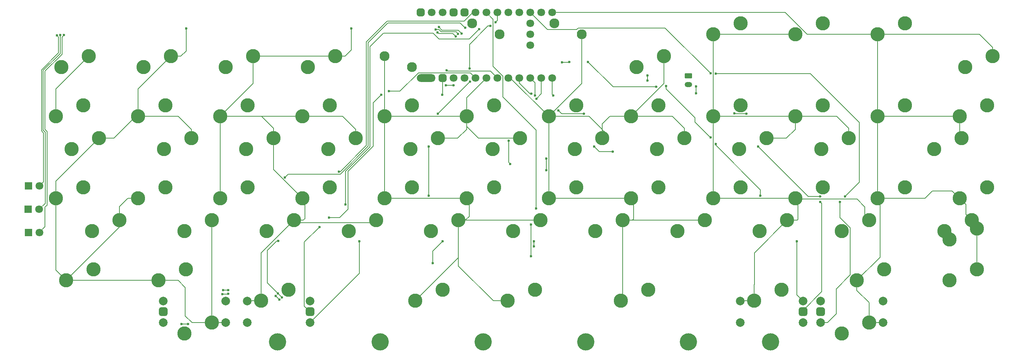
<source format=gtl>
G04 #@! TF.GenerationSoftware,KiCad,Pcbnew,7.0.11-7.0.11~ubuntu22.04.1*
G04 #@! TF.CreationDate,2024-06-29T22:10:39+02:00*
G04 #@! TF.ProjectId,vorona-pcb,766f726f-6e61-42d7-9063-622e6b696361,rev?*
G04 #@! TF.SameCoordinates,Original*
G04 #@! TF.FileFunction,Copper,L1,Top*
G04 #@! TF.FilePolarity,Positive*
%FSLAX46Y46*%
G04 Gerber Fmt 4.6, Leading zero omitted, Abs format (unit mm)*
G04 Created by KiCad (PCBNEW 7.0.11-7.0.11~ubuntu22.04.1) date 2024-06-29 22:10:39*
%MOMM*%
%LPD*%
G01*
G04 APERTURE LIST*
G04 Aperture macros list*
%AMRoundRect*
0 Rectangle with rounded corners*
0 $1 Rounding radius*
0 $2 $3 $4 $5 $6 $7 $8 $9 X,Y pos of 4 corners*
0 Add a 4 corners polygon primitive as box body*
4,1,4,$2,$3,$4,$5,$6,$7,$8,$9,$2,$3,0*
0 Add four circle primitives for the rounded corners*
1,1,$1+$1,$2,$3*
1,1,$1+$1,$4,$5*
1,1,$1+$1,$6,$7*
1,1,$1+$1,$8,$9*
0 Add four rect primitives between the rounded corners*
20,1,$1+$1,$2,$3,$4,$5,0*
20,1,$1+$1,$4,$5,$6,$7,0*
20,1,$1+$1,$6,$7,$8,$9,0*
20,1,$1+$1,$8,$9,$2,$3,0*%
G04 Aperture macros list end*
G04 #@! TA.AperFunction,ComponentPad*
%ADD10C,3.300000*%
G04 #@! TD*
G04 #@! TA.AperFunction,ComponentPad*
%ADD11R,1.800000X1.800000*%
G04 #@! TD*
G04 #@! TA.AperFunction,ComponentPad*
%ADD12C,1.800000*%
G04 #@! TD*
G04 #@! TA.AperFunction,ComponentPad*
%ADD13RoundRect,0.450000X-0.450000X0.450000X-0.450000X-0.450000X0.450000X-0.450000X0.450000X0.450000X0*%
G04 #@! TD*
G04 #@! TA.AperFunction,ComponentPad*
%ADD14O,4.340000X1.800000*%
G04 #@! TD*
G04 #@! TA.AperFunction,ComponentPad*
%ADD15C,2.000000*%
G04 #@! TD*
G04 #@! TA.AperFunction,ComponentPad*
%ADD16RoundRect,0.500000X-0.500000X-0.500000X0.500000X-0.500000X0.500000X0.500000X-0.500000X0.500000X0*%
G04 #@! TD*
G04 #@! TA.AperFunction,ComponentPad*
%ADD17RoundRect,0.500000X0.500000X0.500000X-0.500000X0.500000X-0.500000X-0.500000X0.500000X-0.500000X0*%
G04 #@! TD*
G04 #@! TA.AperFunction,ComponentPad*
%ADD18C,2.300000*%
G04 #@! TD*
G04 #@! TA.AperFunction,ComponentPad*
%ADD19C,4.000000*%
G04 #@! TD*
G04 #@! TA.AperFunction,ComponentPad*
%ADD20O,1.750000X1.200000*%
G04 #@! TD*
G04 #@! TA.AperFunction,ComponentPad*
%ADD21RoundRect,0.250000X-0.625000X0.350000X-0.625000X-0.350000X0.625000X-0.350000X0.625000X0.350000X0*%
G04 #@! TD*
G04 #@! TA.AperFunction,ViaPad*
%ADD22C,0.600000*%
G04 #@! TD*
G04 #@! TA.AperFunction,Conductor*
%ADD23C,0.200000*%
G04 #@! TD*
G04 APERTURE END LIST*
D10*
X237883750Y-79610000D03*
X244233750Y-77070000D03*
X237883750Y-89135000D03*
X244233750Y-86595000D03*
D11*
X24355000Y-78020000D03*
D12*
X26895000Y-78020000D03*
D11*
X24345000Y-72630000D03*
D12*
X26885000Y-72630000D03*
D11*
X24365000Y-67230000D03*
D12*
X26905000Y-67230000D03*
D10*
X219310000Y-98977500D03*
X212960000Y-101517500D03*
X135490000Y-93897500D03*
X141840000Y-91357500D03*
X66910000Y-98977500D03*
X60560000Y-101517500D03*
X192640000Y-93897500D03*
X198990000Y-91357500D03*
X161683750Y-93897500D03*
X168033750Y-91357500D03*
X114058750Y-93897500D03*
X120408750Y-91357500D03*
X78340000Y-93897500D03*
X84690000Y-91357500D03*
X216452500Y-89135000D03*
X222802500Y-86595000D03*
X54527500Y-89135000D03*
X60877500Y-86595000D03*
X33096250Y-89135000D03*
X39446250Y-86595000D03*
X243122500Y-75165000D03*
X236772500Y-77705000D03*
X219310000Y-75165000D03*
X212960000Y-77705000D03*
X200260000Y-75165000D03*
X193910000Y-77705000D03*
X181210000Y-75165000D03*
X174860000Y-77705000D03*
X162160000Y-75165000D03*
X155810000Y-77705000D03*
X143110000Y-75165000D03*
X136760000Y-77705000D03*
X124060000Y-75165000D03*
X117710000Y-77705000D03*
X105010000Y-75165000D03*
X98660000Y-77705000D03*
X85960000Y-75165000D03*
X79610000Y-77705000D03*
X66910000Y-75165000D03*
X60560000Y-77705000D03*
X45478750Y-75165000D03*
X39128750Y-77705000D03*
X240265000Y-70085000D03*
X246615000Y-67545000D03*
X221215000Y-70085000D03*
X227565000Y-67545000D03*
X202165000Y-70085000D03*
X208515000Y-67545000D03*
X183115000Y-70085000D03*
X189465000Y-67545000D03*
X164065000Y-70085000D03*
X170415000Y-67545000D03*
X145015000Y-70085000D03*
X151365000Y-67545000D03*
X125965000Y-70085000D03*
X132315000Y-67545000D03*
X106915000Y-70085000D03*
X113265000Y-67545000D03*
X87865000Y-70085000D03*
X94215000Y-67545000D03*
X68815000Y-70085000D03*
X75165000Y-67545000D03*
X49765000Y-70085000D03*
X56115000Y-67545000D03*
X30715000Y-70085000D03*
X37065000Y-67545000D03*
X240741250Y-56115000D03*
X234391250Y-58655000D03*
X214547500Y-56115000D03*
X208197500Y-58655000D03*
X195497500Y-56115000D03*
X189147500Y-58655000D03*
X176447500Y-56115000D03*
X170097500Y-58655000D03*
X157397500Y-56115000D03*
X151047500Y-58655000D03*
X138347500Y-56115000D03*
X131997500Y-58655000D03*
X119297500Y-56115000D03*
X112947500Y-58655000D03*
X100247500Y-56115000D03*
X93897500Y-58655000D03*
X81197500Y-56115000D03*
X74847500Y-58655000D03*
X62147500Y-56115000D03*
X55797500Y-58655000D03*
X40716250Y-56115000D03*
X34366250Y-58655000D03*
X240265000Y-51035000D03*
X246615000Y-48495000D03*
X221215000Y-51035000D03*
X227565000Y-48495000D03*
X202165000Y-51035000D03*
X208515000Y-48495000D03*
X183115000Y-51035000D03*
X189465000Y-48495000D03*
X164065000Y-51035000D03*
X170415000Y-48495000D03*
X145015000Y-51035000D03*
X151365000Y-48495000D03*
X125965000Y-51035000D03*
X132315000Y-48495000D03*
X106915000Y-51035000D03*
X113265000Y-48495000D03*
X87865000Y-51035000D03*
X94215000Y-48495000D03*
X68815000Y-51035000D03*
X75165000Y-48495000D03*
X49765000Y-51035000D03*
X56115000Y-48495000D03*
X30715000Y-51035000D03*
X37065000Y-48495000D03*
X247885000Y-37065000D03*
X241535000Y-39605000D03*
X221215000Y-31985000D03*
X227565000Y-29445000D03*
X202165000Y-31985000D03*
X208515000Y-29445000D03*
X183115000Y-31985000D03*
X189465000Y-29445000D03*
X171685000Y-37065000D03*
X165335000Y-39605000D03*
X95485000Y-37065000D03*
X89135000Y-39605000D03*
X76435000Y-37065000D03*
X70085000Y-39605000D03*
X57385000Y-37065000D03*
X51035000Y-39605000D03*
X38335000Y-37065000D03*
X31985000Y-39605000D03*
D12*
X117850000Y-26890000D03*
X120390000Y-26890000D03*
D13*
X122930000Y-26890000D03*
X125470000Y-26890000D03*
D12*
X128010000Y-26890000D03*
X130550000Y-26890000D03*
X133090000Y-26890000D03*
X135630000Y-26890000D03*
X138170000Y-26890000D03*
X140710000Y-26890000D03*
X143250000Y-26890000D03*
X145790000Y-26890000D03*
D14*
X116580000Y-42130000D03*
D13*
X120390000Y-42130000D03*
D12*
X122930000Y-42130000D03*
X125470000Y-42130000D03*
X128010000Y-42130000D03*
X130550000Y-42130000D03*
X133090000Y-42130000D03*
X135630000Y-42130000D03*
X138170000Y-42130000D03*
X140710000Y-42130000D03*
X143250000Y-42130000D03*
X145790000Y-42130000D03*
X140710000Y-29430000D03*
X140710000Y-31970000D03*
X140710000Y-34510000D03*
D13*
X115310000Y-26890000D03*
D12*
X115310000Y-42130000D03*
D15*
X208000000Y-98940000D03*
X208000000Y-93940000D03*
D16*
X208000000Y-96440000D03*
D15*
X222500000Y-93940000D03*
X222500000Y-98940000D03*
X203950000Y-98930000D03*
X203950000Y-93930000D03*
D17*
X203950000Y-96430000D03*
D15*
X189450000Y-98930000D03*
X189450000Y-93930000D03*
X89650000Y-93940000D03*
X89650000Y-98940000D03*
D17*
X89650000Y-96440000D03*
D15*
X75150000Y-98940000D03*
X75150000Y-93940000D03*
X55600000Y-93940000D03*
X55600000Y-98940000D03*
D16*
X55600000Y-96440000D03*
D15*
X70100000Y-93940000D03*
X70100000Y-98940000D03*
D18*
X152635000Y-31985000D03*
X146285000Y-29445000D03*
X133585000Y-31985000D03*
X127235000Y-29445000D03*
X106915000Y-37065000D03*
X113265000Y-39605000D03*
D19*
X196450000Y-103422500D03*
X82150000Y-103422500D03*
X177400000Y-103422500D03*
X153587500Y-103422500D03*
X129775000Y-103422500D03*
X105962500Y-103422500D03*
D20*
X177380000Y-43640000D03*
D21*
X177380000Y-41640000D03*
D22*
X213710000Y-69681100D03*
X212530000Y-70881100D03*
X183715000Y-41080000D03*
X182515000Y-41060000D03*
X149759265Y-38410735D03*
X148130735Y-38479265D03*
X182515000Y-55970000D03*
X183715000Y-57440000D03*
X202530000Y-80037500D03*
X172240000Y-43970000D03*
X169965735Y-44200000D03*
X194110000Y-69485000D03*
X154135735Y-38405735D03*
X97910000Y-71500000D03*
X128870000Y-30781100D03*
X101110000Y-80037500D03*
X83854265Y-65225735D03*
X82320000Y-79980000D03*
X125660000Y-30480000D03*
X120430000Y-80037500D03*
X119330000Y-50435000D03*
X117160000Y-58055000D03*
X131479744Y-30059744D03*
X117160000Y-69485000D03*
X126680000Y-39930000D03*
X126740000Y-43000000D03*
X132718900Y-29135015D03*
X118140000Y-85130000D03*
X142070000Y-72450000D03*
X140920000Y-76180000D03*
X140910000Y-83522500D03*
X96390000Y-63875735D03*
X147243530Y-49655000D03*
X159830000Y-59255000D03*
X153150000Y-50435000D03*
X155510000Y-58055000D03*
X146020000Y-46200000D03*
X144415000Y-60870000D03*
X141580000Y-81237500D03*
X142130000Y-46930732D03*
X141590000Y-80037500D03*
X144415000Y-63570000D03*
X136090000Y-62070000D03*
X135710000Y-56715000D03*
X141800000Y-46200000D03*
X141000000Y-45800000D03*
X60950000Y-30580000D03*
X99270000Y-30580000D03*
X121330735Y-40330000D03*
X108000000Y-45200000D03*
X30995255Y-32201387D03*
X119550000Y-30290000D03*
X124793749Y-31789024D03*
X118800000Y-30890000D03*
X123998637Y-31877350D03*
X31794874Y-32176596D03*
X123440000Y-32450000D03*
X119243761Y-31555642D03*
X32640000Y-32180000D03*
X106160000Y-46020000D03*
X94060000Y-74565000D03*
X91867500Y-76737500D03*
X120310000Y-46020000D03*
X207915000Y-69681100D03*
X179140000Y-45680000D03*
X188070000Y-50370000D03*
X207915000Y-70881100D03*
X193530000Y-58055000D03*
X179140000Y-44050000D03*
X190860000Y-50400000D03*
X167930000Y-41500000D03*
X167930000Y-42700000D03*
X121205735Y-43794265D03*
X122960000Y-43800000D03*
X70700000Y-92240003D03*
X81686411Y-92737785D03*
X69394265Y-92364265D03*
X82530707Y-93589954D03*
X69490000Y-91420000D03*
X82252098Y-92172098D03*
X83130000Y-93060000D03*
X70700000Y-91440000D03*
X61370000Y-99310000D03*
X59850000Y-99270000D03*
D23*
X69394265Y-92364265D02*
X70575738Y-92364265D01*
X70575738Y-92364265D02*
X70700000Y-92240003D01*
X141000000Y-45800000D02*
X140670000Y-45800000D01*
X140670000Y-45800000D02*
X138170000Y-43300000D01*
X138170000Y-43300000D02*
X138170000Y-42130000D01*
X141800000Y-46200000D02*
X141830000Y-46170000D01*
X141830000Y-46170000D02*
X141830000Y-43250000D01*
X141830000Y-43250000D02*
X140710000Y-42130000D01*
X119243761Y-31555642D02*
X119498119Y-31810000D01*
X119498119Y-31810000D02*
X122800000Y-31810000D01*
X122800000Y-31810000D02*
X123440000Y-32450000D01*
X118800000Y-30890000D02*
X119584315Y-30890000D01*
X119584315Y-30890000D02*
X120104315Y-31410000D01*
X120104315Y-31410000D02*
X123531287Y-31410000D01*
X123531287Y-31410000D02*
X123998637Y-31877350D01*
X120270000Y-31010000D02*
X124029254Y-31010000D01*
X124793749Y-31774495D02*
X124793749Y-31789024D01*
X124029254Y-31010000D02*
X124793749Y-31774495D01*
X119550000Y-30290000D02*
X120270000Y-31010000D01*
X143250000Y-45810732D02*
X143250000Y-42130000D01*
X142130000Y-46930732D02*
X143250000Y-45810732D01*
X103150000Y-57996749D02*
X96671014Y-64475735D01*
X103150000Y-33885686D02*
X103150000Y-57996749D01*
X107701587Y-29334099D02*
X103150000Y-33885686D01*
X124446154Y-29334099D02*
X107701587Y-29334099D01*
X96671014Y-64475735D02*
X84604265Y-64475735D01*
X125592055Y-30480000D02*
X124446154Y-29334099D01*
X125660000Y-30480000D02*
X125592055Y-30480000D01*
X84604265Y-64475735D02*
X83854265Y-65225735D01*
X81992498Y-79980000D02*
X79806100Y-82166398D01*
X82320000Y-79980000D02*
X81992498Y-79980000D01*
X79806100Y-82166398D02*
X79806100Y-89726100D01*
X79806100Y-89726100D02*
X82252098Y-92172098D01*
X178942500Y-52404912D02*
X182507588Y-55970000D01*
X178942500Y-51395510D02*
X178942500Y-52404912D01*
X182507588Y-55970000D02*
X182515000Y-55970000D01*
X172240000Y-43970000D02*
X172240000Y-44693010D01*
X172240000Y-44693010D02*
X178942500Y-51395510D01*
X140710000Y-26890000D02*
X144715000Y-30895000D01*
X217042500Y-52482500D02*
X217042500Y-66348600D01*
X211645000Y-91125000D02*
X211645000Y-96944912D01*
X212530000Y-74517283D02*
X214910000Y-76897283D01*
X151855000Y-30535000D02*
X171990000Y-30535000D01*
X205640000Y-41080000D02*
X217042500Y-52482500D01*
X217042500Y-66348600D02*
X213710000Y-69681100D01*
X183715000Y-41080000D02*
X205640000Y-41080000D01*
X144715000Y-30895000D02*
X151495000Y-30895000D01*
X171990000Y-30535000D02*
X182515000Y-41060000D01*
X151495000Y-30895000D02*
X151855000Y-30535000D01*
X214910000Y-76897283D02*
X214910000Y-87860000D01*
X211645000Y-96944912D02*
X209649912Y-98940000D01*
X212530000Y-70881100D02*
X212530000Y-74517283D01*
X214910000Y-87860000D02*
X211645000Y-91125000D01*
X209649912Y-98940000D02*
X208000000Y-98940000D01*
X194110000Y-68085000D02*
X194110000Y-69485000D01*
X183715000Y-57440000D02*
X183715000Y-57690000D01*
X183715000Y-57690000D02*
X194110000Y-68085000D01*
X148130735Y-38479265D02*
X149690735Y-38479265D01*
X202530000Y-80037500D02*
X202530000Y-92510000D01*
X154135735Y-38405735D02*
X159930000Y-44200000D01*
X159930000Y-44200000D02*
X169965735Y-44200000D01*
X202530000Y-92510000D02*
X203950000Y-93930000D01*
X149690735Y-38479265D02*
X149759265Y-38410735D01*
X106160000Y-46020000D02*
X104300000Y-47880000D01*
X104300000Y-47880000D02*
X104300000Y-57978121D01*
X104300000Y-57978121D02*
X98510000Y-63768121D01*
X98510000Y-63768121D02*
X98510000Y-72602412D01*
X98510000Y-72602412D02*
X96547412Y-74565000D01*
X96547412Y-74565000D02*
X94060000Y-74565000D01*
X128870000Y-30781100D02*
X126591100Y-33060000D01*
X126591100Y-33060000D02*
X119541471Y-33060000D01*
X119541471Y-33060000D02*
X118187157Y-31705686D01*
X118187157Y-31705686D02*
X106654314Y-31705686D01*
X106654314Y-31705686D02*
X103550000Y-34810000D01*
X103550000Y-34810000D02*
X103550000Y-58162435D01*
X103550000Y-58162435D02*
X97910000Y-63802435D01*
X97910000Y-63802435D02*
X97910000Y-71500000D01*
X96390000Y-63875735D02*
X96705328Y-63875735D01*
X107535901Y-28934099D02*
X125393749Y-28934099D01*
X96705328Y-63875735D02*
X102750000Y-57831063D01*
X102750000Y-57831063D02*
X102750000Y-33720000D01*
X102750000Y-33720000D02*
X107535901Y-28934099D01*
X125393749Y-28934099D02*
X127437848Y-26890000D01*
X127437848Y-26890000D02*
X128010000Y-26890000D01*
X101110000Y-80037500D02*
X101110000Y-87480000D01*
X101110000Y-87480000D02*
X89650000Y-98940000D01*
X133090000Y-26890000D02*
X133090000Y-28763915D01*
X126740000Y-43000000D02*
X119330000Y-50410000D01*
X133090000Y-28763915D02*
X132718900Y-29135015D01*
X117160000Y-58055000D02*
X117160000Y-69485000D01*
X126680000Y-34305225D02*
X126680000Y-39930000D01*
X119330000Y-50410000D02*
X119330000Y-50435000D01*
X130925481Y-30059744D02*
X126680000Y-34305225D01*
X131479744Y-30059744D02*
X130925481Y-30059744D01*
X120430000Y-80037500D02*
X118140000Y-82327500D01*
X118140000Y-82327500D02*
X118140000Y-85130000D01*
X134360000Y-46540000D02*
X142070000Y-54250000D01*
X142070000Y-54250000D02*
X142070000Y-72450000D01*
X140920000Y-76180000D02*
X140920000Y-83512500D01*
X134360000Y-41702943D02*
X134360000Y-46540000D01*
X132118900Y-39461843D02*
X134360000Y-41702943D01*
X132118900Y-28458900D02*
X132118900Y-39461843D01*
X130550000Y-26890000D02*
X132118900Y-28458900D01*
X140920000Y-83512500D02*
X140910000Y-83522500D01*
X105010000Y-75165000D02*
X104425000Y-75750000D01*
X104425000Y-75750000D02*
X86545000Y-75750000D01*
X86545000Y-75750000D02*
X85960000Y-75165000D01*
X91867500Y-76737500D02*
X88350000Y-80255000D01*
X88350000Y-80255000D02*
X88350000Y-95140000D01*
X88350000Y-95140000D02*
X89650000Y-96440000D01*
X153140000Y-50445000D02*
X148033530Y-50445000D01*
X156710000Y-59255000D02*
X155510000Y-58055000D01*
X145790000Y-45970000D02*
X145790000Y-42130000D01*
X153150000Y-50435000D02*
X153140000Y-50445000D01*
X148033530Y-50445000D02*
X147243530Y-49655000D01*
X159830000Y-59255000D02*
X156710000Y-59255000D01*
X146020000Y-46200000D02*
X145790000Y-45970000D01*
X141580000Y-81237500D02*
X141580000Y-80047500D01*
X141580000Y-80047500D02*
X141590000Y-80037500D01*
X144415000Y-63570000D02*
X144415000Y-60870000D01*
X136090000Y-62070000D02*
X135710000Y-61690000D01*
X135710000Y-61690000D02*
X135710000Y-56715000D01*
X221215000Y-31985000D02*
X204922717Y-31985000D01*
X204922717Y-31985000D02*
X199827717Y-26890000D01*
X199827717Y-26890000D02*
X145790000Y-26890000D01*
X145015000Y-51035000D02*
X136110000Y-42130000D01*
X136110000Y-42130000D02*
X135630000Y-42130000D01*
X121330735Y-40330000D02*
X121530735Y-40530000D01*
X121530735Y-40530000D02*
X131490000Y-40530000D01*
X131490000Y-40530000D02*
X133090000Y-42130000D01*
X108000000Y-45200000D02*
X110540000Y-45200000D01*
X110540000Y-45200000D02*
X114810000Y-40930000D01*
X124962943Y-40940000D02*
X124972943Y-40930000D01*
X114810000Y-40930000D02*
X123427057Y-40930000D01*
X123427057Y-40930000D02*
X123437057Y-40940000D01*
X123437057Y-40940000D02*
X124962943Y-40940000D01*
X126810000Y-40930000D02*
X128010000Y-42130000D01*
X124972943Y-40930000D02*
X126810000Y-40930000D01*
X60950000Y-30580000D02*
X60950000Y-35833452D01*
X60950000Y-35833452D02*
X59718452Y-37065000D01*
X59718452Y-37065000D02*
X57385000Y-37065000D01*
X99270000Y-35613452D02*
X97818452Y-37065000D01*
X99270000Y-30580000D02*
X99270000Y-35613452D01*
X97818452Y-37065000D02*
X95485000Y-37065000D01*
X125965000Y-51035000D02*
X125965000Y-46715000D01*
X125965000Y-46715000D02*
X130550000Y-42130000D01*
X30995255Y-32201387D02*
X30995255Y-32225506D01*
X30995255Y-32225506D02*
X31381100Y-32611351D01*
X31381100Y-32611351D02*
X31381100Y-36267529D01*
X31381100Y-36267529D02*
X27420000Y-40228629D01*
X27880000Y-66255000D02*
X26905000Y-67230000D01*
X27420000Y-40228629D02*
X27420000Y-54413784D01*
X27420000Y-54413784D02*
X27880000Y-54873784D01*
X27880000Y-54873784D02*
X27880000Y-66255000D01*
X26885000Y-72630000D02*
X28280000Y-71235000D01*
X31781100Y-36433214D02*
X31781100Y-32190370D01*
X28280000Y-71235000D02*
X28280000Y-54708098D01*
X27820000Y-54248098D02*
X27820000Y-40394315D01*
X28280000Y-54708098D02*
X27820000Y-54248098D01*
X27820000Y-40394315D02*
X31781100Y-36433214D01*
X31781100Y-32190370D02*
X31794874Y-32176596D01*
X32640000Y-32180000D02*
X32181100Y-32638900D01*
X32181100Y-32638900D02*
X32181100Y-36598900D01*
X32181100Y-36598900D02*
X28220000Y-40560000D01*
X28220000Y-40560000D02*
X28220000Y-54082412D01*
X28220000Y-76695000D02*
X26895000Y-78020000D01*
X28220000Y-54082412D02*
X28680000Y-54542412D01*
X28680000Y-54542412D02*
X28680000Y-71657588D01*
X28680000Y-71657588D02*
X28220000Y-72117588D01*
X28220000Y-72117588D02*
X28220000Y-76695000D01*
X120310000Y-46020000D02*
X120390000Y-45940000D01*
X120390000Y-45940000D02*
X120390000Y-42130000D01*
X66910000Y-75165000D02*
X66910000Y-98977500D01*
X207915000Y-70881100D02*
X208318900Y-71285000D01*
X208318900Y-71285000D02*
X208318900Y-91782622D01*
X208318900Y-91782622D02*
X203950000Y-96151522D01*
X203950000Y-96151522D02*
X203950000Y-96430000D01*
X179140000Y-44050000D02*
X179140000Y-45680000D01*
X190815000Y-50445000D02*
X190860000Y-50400000D01*
X193530000Y-58055000D02*
X205156100Y-69681100D01*
X205156100Y-69681100D02*
X207915000Y-69681100D01*
X188070000Y-50370000D02*
X188145000Y-50445000D01*
X188145000Y-50445000D02*
X190815000Y-50445000D01*
X167930000Y-42700000D02*
X167930000Y-41500000D01*
X29255000Y-51035000D02*
X30715000Y-51035000D01*
X121211470Y-43800000D02*
X121205735Y-43794265D01*
X122960000Y-43800000D02*
X121211470Y-43800000D01*
X244233750Y-77070000D02*
X244233750Y-86595000D01*
X219310000Y-98977500D02*
X222462500Y-98977500D01*
X222462500Y-98977500D02*
X222500000Y-98940000D01*
X216452500Y-89135000D02*
X216452500Y-91468452D01*
X216452500Y-91468452D02*
X219310000Y-94325952D01*
X219310000Y-94325952D02*
X219310000Y-98977500D01*
X221215000Y-70085000D02*
X221805000Y-70675000D01*
X221805000Y-70675000D02*
X221805000Y-83782500D01*
X221805000Y-83782500D02*
X216452500Y-89135000D01*
X236772500Y-77705000D02*
X236772500Y-78498750D01*
X236772500Y-78498750D02*
X237883750Y-79610000D01*
X243122500Y-75165000D02*
X243122500Y-75958750D01*
X243122500Y-75958750D02*
X244233750Y-77070000D01*
X240265000Y-70085000D02*
X241731100Y-71551100D01*
X241731100Y-71551100D02*
X241731100Y-73773600D01*
X241731100Y-73773600D02*
X243122500Y-75165000D01*
X221215000Y-70085000D02*
X232217264Y-70085000D01*
X232217264Y-70085000D02*
X233932514Y-68369750D01*
X233932514Y-68369750D02*
X238549750Y-68369750D01*
X238549750Y-68369750D02*
X240265000Y-70085000D01*
X221215000Y-51035000D02*
X221215000Y-70085000D01*
X240265000Y-51035000D02*
X240265000Y-55638750D01*
X240265000Y-55638750D02*
X240741250Y-56115000D01*
X221215000Y-51035000D02*
X240265000Y-51035000D01*
X221215000Y-31985000D02*
X221215000Y-51035000D01*
X221215000Y-31985000D02*
X244849775Y-31985000D01*
X244849775Y-31985000D02*
X247885000Y-35020225D01*
X247885000Y-35020225D02*
X247885000Y-37065000D01*
X192640000Y-93897500D02*
X189482500Y-93897500D01*
X189482500Y-93897500D02*
X189450000Y-93930000D01*
X192680000Y-82745000D02*
X192680000Y-90060000D01*
X192680000Y-90060000D02*
X192640000Y-90100000D01*
X200260000Y-75165000D02*
X192680000Y-82745000D01*
X192640000Y-90100000D02*
X192640000Y-93897500D01*
X202165000Y-70085000D02*
X202361100Y-70281100D01*
X218270000Y-72080225D02*
X218270000Y-74125000D01*
X202361100Y-70281100D02*
X216470875Y-70281100D01*
X216470875Y-70281100D02*
X218270000Y-72080225D01*
X218270000Y-74125000D02*
X219310000Y-75165000D01*
X202165000Y-70085000D02*
X202755000Y-70675000D01*
X202755000Y-70675000D02*
X202755000Y-75003452D01*
X202755000Y-75003452D02*
X202593452Y-75165000D01*
X202593452Y-75165000D02*
X200260000Y-75165000D01*
X183115000Y-70085000D02*
X202165000Y-70085000D01*
X183115000Y-51035000D02*
X183115000Y-70085000D01*
X202165000Y-51035000D02*
X202165000Y-54037412D01*
X202165000Y-54037412D02*
X200087412Y-56115000D01*
X200087412Y-56115000D02*
X195497500Y-56115000D01*
X202165000Y-51035000D02*
X211800952Y-51035000D01*
X211800952Y-51035000D02*
X214547500Y-53781548D01*
X214547500Y-53781548D02*
X214547500Y-56115000D01*
X183115000Y-51035000D02*
X202165000Y-51035000D01*
X183115000Y-31985000D02*
X202165000Y-31985000D01*
X183115000Y-31985000D02*
X183115000Y-51035000D01*
X162160000Y-75165000D02*
X162160000Y-93421250D01*
X162160000Y-93421250D02*
X161683750Y-93897500D01*
X162160000Y-75165000D02*
X181210000Y-75165000D01*
X164065000Y-70085000D02*
X164655000Y-70675000D01*
X164655000Y-70675000D02*
X164655000Y-74855000D01*
X164345000Y-75165000D02*
X162160000Y-75165000D01*
X164655000Y-74855000D02*
X164345000Y-75165000D01*
X145015000Y-70085000D02*
X164065000Y-70085000D01*
X145015000Y-51035000D02*
X145015000Y-70085000D01*
X171685000Y-37065000D02*
X171685000Y-43415000D01*
X171685000Y-43415000D02*
X164065000Y-51035000D01*
X164065000Y-51035000D02*
X173700952Y-51035000D01*
X173700952Y-51035000D02*
X176447500Y-53781548D01*
X176447500Y-53781548D02*
X176447500Y-56115000D01*
X145015000Y-51035000D02*
X154362275Y-51035000D01*
X157397500Y-54070225D02*
X157397500Y-56115000D01*
X154362275Y-51035000D02*
X157397500Y-54070225D01*
X157397500Y-56115000D02*
X157970000Y-55542500D01*
X157970000Y-55542500D02*
X157970000Y-54642725D01*
X157970000Y-54642725D02*
X157442500Y-54115225D01*
X157442500Y-54115225D02*
X157442500Y-52807500D01*
X159215000Y-51035000D02*
X164065000Y-51035000D01*
X157442500Y-52807500D02*
X159215000Y-51035000D01*
X152635000Y-31985000D02*
X152635000Y-43415000D01*
X152635000Y-43415000D02*
X145015000Y-51035000D01*
X124060000Y-75165000D02*
X124060000Y-85782275D01*
X124060000Y-85782275D02*
X132175225Y-93897500D01*
X132175225Y-93897500D02*
X135490000Y-93897500D01*
X124060000Y-75165000D02*
X124060000Y-83896250D01*
X124060000Y-83896250D02*
X114058750Y-93897500D01*
X124060000Y-75165000D02*
X143110000Y-75165000D01*
X125965000Y-70085000D02*
X126555000Y-70675000D01*
X126555000Y-74275000D02*
X125665000Y-75165000D01*
X126555000Y-70675000D02*
X126555000Y-74275000D01*
X125665000Y-75165000D02*
X124060000Y-75165000D01*
X106915000Y-70085000D02*
X125965000Y-70085000D01*
X106915000Y-51035000D02*
X106915000Y-70085000D01*
X125965000Y-51035000D02*
X125965000Y-53368452D01*
X125965000Y-53368452D02*
X128711548Y-56115000D01*
X128711548Y-56115000D02*
X138347500Y-56115000D01*
X125965000Y-51035000D02*
X125965000Y-54037412D01*
X125965000Y-54037412D02*
X123887412Y-56115000D01*
X123887412Y-56115000D02*
X119297500Y-56115000D01*
X106915000Y-51035000D02*
X125965000Y-51035000D01*
X106915000Y-51035000D02*
X106915000Y-37065000D01*
X87865000Y-51035000D02*
X97212275Y-51035000D01*
X97212275Y-51035000D02*
X100247500Y-54070225D01*
X100247500Y-54070225D02*
X100247500Y-56115000D01*
X95485000Y-37065000D02*
X76435000Y-37065000D01*
X78340000Y-93897500D02*
X75192500Y-93897500D01*
X75192500Y-93897500D02*
X75150000Y-93940000D01*
X85960000Y-75165000D02*
X78340000Y-82785000D01*
X78340000Y-82785000D02*
X78340000Y-93897500D01*
X87865000Y-70085000D02*
X88455000Y-70675000D01*
X88455000Y-70675000D02*
X88455000Y-74815000D01*
X88455000Y-74815000D02*
X88105000Y-75165000D01*
X88105000Y-75165000D02*
X85960000Y-75165000D01*
X81197500Y-56115000D02*
X81197500Y-63417500D01*
X81197500Y-63417500D02*
X87865000Y-70085000D01*
X68815000Y-51035000D02*
X68815000Y-70085000D01*
X87865000Y-51035000D02*
X68815000Y-51035000D01*
X68815000Y-51035000D02*
X78450952Y-51035000D01*
X78450952Y-51035000D02*
X81197500Y-53781548D01*
X81197500Y-53781548D02*
X81197500Y-56115000D01*
X76435000Y-37065000D02*
X76435000Y-43415000D01*
X76435000Y-43415000D02*
X68815000Y-51035000D01*
X49765000Y-51035000D02*
X49765000Y-44685000D01*
X49765000Y-44685000D02*
X57385000Y-37065000D01*
X30715000Y-51035000D02*
X30715000Y-44685000D01*
X30715000Y-44685000D02*
X38335000Y-37065000D01*
X49765000Y-51035000D02*
X59112275Y-51035000D01*
X59112275Y-51035000D02*
X62147500Y-54070225D01*
X62147500Y-54070225D02*
X62147500Y-56115000D01*
X40716250Y-56115000D02*
X44222588Y-56115000D01*
X44222588Y-56115000D02*
X49302588Y-51035000D01*
X49302588Y-51035000D02*
X49765000Y-51035000D01*
X30715000Y-70085000D02*
X30715000Y-66116250D01*
X30715000Y-66116250D02*
X40716250Y-56115000D01*
X45478750Y-75165000D02*
X45478750Y-72037798D01*
X45478750Y-72037798D02*
X47431548Y-70085000D01*
X47431548Y-70085000D02*
X49765000Y-70085000D01*
X33096250Y-89135000D02*
X45478750Y-76752500D01*
X45478750Y-76752500D02*
X45478750Y-75165000D01*
X33096250Y-89135000D02*
X30715000Y-86753750D01*
X30715000Y-86753750D02*
X30715000Y-70085000D01*
X66910000Y-98977500D02*
X70062500Y-98977500D01*
X70062500Y-98977500D02*
X70100000Y-98940000D01*
X54527500Y-89135000D02*
X59112275Y-89135000D01*
X59112275Y-89135000D02*
X60756100Y-90778825D01*
X60756100Y-90778825D02*
X60756100Y-97408375D01*
X60756100Y-97408375D02*
X62325225Y-98977500D01*
X62325225Y-98977500D02*
X66910000Y-98977500D01*
X33096250Y-89135000D02*
X54527500Y-89135000D01*
X81686411Y-92745658D02*
X82530707Y-93589954D01*
X81686411Y-92737785D02*
X81686411Y-92745658D01*
X82252098Y-92182098D02*
X82252098Y-92172098D01*
X83130000Y-93060000D02*
X82252098Y-92182098D01*
X70700000Y-91440000D02*
X69510000Y-91440000D01*
X69510000Y-91440000D02*
X69490000Y-91420000D01*
X59850000Y-99270000D02*
X61330000Y-99270000D01*
X61330000Y-99270000D02*
X61370000Y-99310000D01*
M02*

</source>
